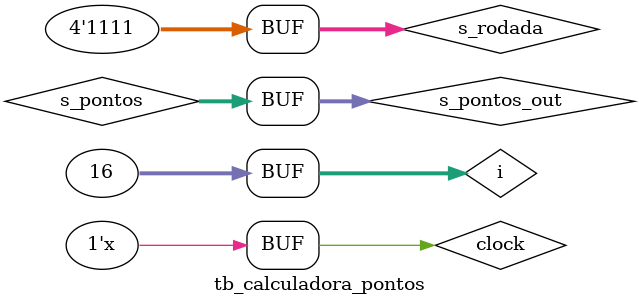
<source format=v>
`timescale 1ns/1ns

module tb_calculadora_pontos();

    reg [7:0] s_pontos;
    reg [3:0] s_rodada;
    wire [7:0]s_pontos_out;
    integer i;
    reg clock;

    calculadora_pontos DUT(
        .calcular(clock),
        .rodada(s_rodada),
        .erros(8'h00),
        .pontos_in(s_pontos),
        .pontos_out(s_pontos_out)
    );

    parameter clockPeriod = 1000; // 1000 ns (1us)
    // Geração do clock
    initial begin
        clock = 0;
    end
    always #(clockPeriod/2) clock = ~clock;

    initial begin
        s_pontos = 8'h00;
        for (i = 0; i < 16; i = i + 1) begin
            s_rodada = i;
            #(2*clockPeriod);
            s_pontos <= s_pontos_out;
        end
    end
endmodule

</source>
